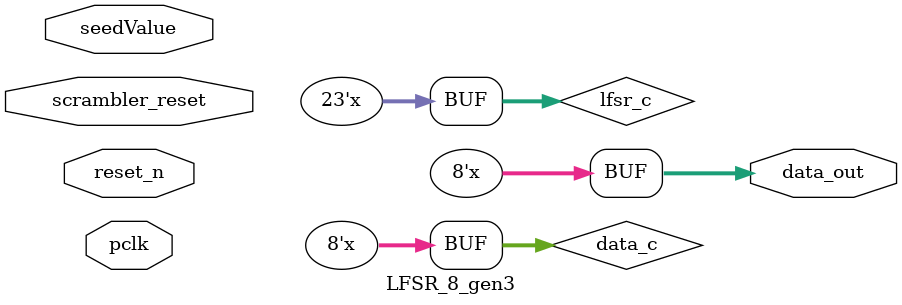
<source format=v>
module LFSR_8_gen3(seedValue, scrambler_reset, reset_n, pclk, data_out);

  input [23:0] seedValue;
  input scrambler_reset, reset_n, pclk;

  output wire [7:0] data_out;

  reg [22:0] lfsr_q,lfsr_c;
  reg [7:0] data_c;

  always @(*) begin

    if(scrambler_reset)
       lfsr_q <= 16'hFFFF; 

    lfsr_c[0] = lfsr_q[15] ^  lfsr_q[17] ^ lfsr_q[19] ^ lfsr_q[21] ^ lfsr_q[22];
    lfsr_c[1] = lfsr_q[16] ^  lfsr_q[18] ^ lfsr_q[20] ^ lfsr_q[22];
    lfsr_c[2] = lfsr_q[15] ^  lfsr_q[22];
    lfsr_c[3] = lfsr_q[16];
    lfsr_c[4] = lfsr_q[17];
    lfsr_c[5] = lfsr_q[15] ^  lfsr_q[17] ^ lfsr_q[18] ^ lfsr_q[19] ^ lfsr_q[21] ^ lfsr_q[22];
    lfsr_c[6] = lfsr_q[16] ^  lfsr_q[18] ^ lfsr_q[19] ^ lfsr_q[20] ^ lfsr_q[22];
    lfsr_c[7] = lfsr_q[17] ^  lfsr_q[19] ^ lfsr_q[20] ^ lfsr_q[21];
    lfsr_c[8] =  lfsr_q[0] ^  lfsr_q[15] ^ lfsr_q[17] ^ lfsr_q[18] ^ lfsr_q[19] ^ lfsr_q[20];
    lfsr_c[9] =  lfsr_q[1] ^  lfsr_q[16] ^ lfsr_q[18] ^ lfsr_q[19] ^ lfsr_q[20] ^ lfsr_q[21];
    lfsr_c[10] = lfsr_q[2] ^  lfsr_q[17] ^ lfsr_q[19] ^ lfsr_q[20] ^ lfsr_q[21] ^ lfsr_q[22];
    lfsr_c[11] = lfsr_q[3] ^  lfsr_q[18] ^ lfsr_q[20] ^ lfsr_q[21] ^ lfsr_q[22];
    lfsr_c[12] = lfsr_q[4] ^  lfsr_q[19] ^ lfsr_q[21] ^ lfsr_q[22];
    lfsr_c[13] = lfsr_q[5] ^  lfsr_q[20] ^ lfsr_q[22];
    lfsr_c[14] = lfsr_q[6] ^  lfsr_q[21];
    lfsr_c[15] = lfsr_q[7] ^  lfsr_q[22];
    lfsr_c[16] = lfsr_q[8] ^  lfsr_q[15] ^ lfsr_q[17] ^ lfsr_q[19] ^ lfsr_q[21] ^ lfsr_q[22];
    lfsr_c[17] = lfsr_q[9] ^  lfsr_q[16] ^ lfsr_q[18] ^ lfsr_q[20] ^ lfsr_q[22];
    lfsr_c[18] = lfsr_q[10] ^ lfsr_q[17] ^ lfsr_q[19] ^ lfsr_q[21];
    lfsr_c[19] = lfsr_q[11] ^ lfsr_q[18] ^ lfsr_q[20] ^ lfsr_q[22];
    lfsr_c[20] = lfsr_q[12] ^ lfsr_q[19] ^ lfsr_q[21];
    lfsr_c[21] = lfsr_q[13] ^ lfsr_q[15] ^ lfsr_q[17] ^ lfsr_q[19] ^ lfsr_q[20] ^ lfsr_q[21];
    lfsr_c[22] = lfsr_q[14] ^ lfsr_q[16] ^ lfsr_q[18] ^ lfsr_q[20] ^ lfsr_q[21] ^ lfsr_q[22];

    data_c[0] = lfsr_q[22];
    data_c[1] = lfsr_q[21];
    data_c[2] = lfsr_q[20] ^ lfsr_q[22];
    data_c[3] = lfsr_q[19] ^ lfsr_q[21];
    data_c[4] = lfsr_q[18] ^ lfsr_q[20] ^ lfsr_q[22];
    data_c[5] = lfsr_q[17] ^ lfsr_q[19] ^ lfsr_q[21];
    data_c[6] = lfsr_q[16] ^ lfsr_q[18] ^ lfsr_q[20] ^ lfsr_q[22];
    data_c[7] = lfsr_q[15] ^ lfsr_q[17] ^ lfsr_q[19] ^ lfsr_q[21] ^ lfsr_q[22];
  end

  always @(posedge pclk or negedge reset_n) begin

    if(~reset_n) 
      lfsr_q <= 23'hfffff; 
    else
      lfsr_q <= lfsr_c ;

  end

  assign data_out = data_c;



endmodule
</source>
